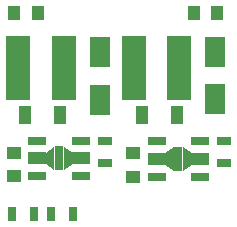
<source format=gtp>
G04 #@! TF.FileFunction,Paste,Top*
%FSLAX46Y46*%
G04 Gerber Fmt 4.6, Leading zero omitted, Abs format (unit mm)*
G04 Created by KiCad (PCBNEW 4.0.2-stable) date 9/5/2017 3:06:29 PM*
%MOMM*%
G01*
G04 APERTURE LIST*
%ADD10C,0.100000*%
%ADD11R,1.000000X1.250000*%
%ADD12R,1.000000X1.600000*%
%ADD13R,1.250000X1.000000*%
%ADD14R,2.150000X5.500000*%
%ADD15R,1.300000X0.700000*%
%ADD16R,0.700000X1.300000*%
%ADD17R,1.500000X0.700000*%
%ADD18R,1.500000X1.000000*%
%ADD19R,0.800000X2.000000*%
%ADD20R,1.800000X2.500000*%
G04 APERTURE END LIST*
D10*
D11*
X51082600Y-51955600D03*
X53082600Y-51955600D03*
X68297200Y-52006400D03*
X66297200Y-52006400D03*
D12*
X61911000Y-60617000D03*
X64911000Y-60617000D03*
X52005000Y-60617000D03*
X55005000Y-60617000D03*
D13*
X51092000Y-65808000D03*
X51092000Y-63808000D03*
X61125000Y-65871500D03*
X61125000Y-63871500D03*
D14*
X51453000Y-56680000D03*
X55303000Y-56680000D03*
X61232000Y-56680000D03*
X65082000Y-56680000D03*
D15*
X58813600Y-62791200D03*
X58813600Y-64691200D03*
X68872000Y-62803900D03*
X68872000Y-64703900D03*
D16*
X52804000Y-68999000D03*
X50904000Y-68999000D03*
X56116200Y-68999000D03*
X54216200Y-68999000D03*
D10*
G36*
X55302000Y-63300000D02*
X56052000Y-63800000D01*
X56052000Y-64800000D01*
X55302000Y-65300000D01*
X55302000Y-63300000D01*
X55302000Y-63300000D01*
G37*
D17*
X56752000Y-62800000D03*
X56752000Y-65800000D03*
X53052000Y-62800000D03*
D18*
X53052000Y-64300000D03*
D17*
X53052000Y-65800000D03*
D18*
X56752000Y-64300000D03*
D10*
G36*
X54502000Y-65300000D02*
X53752000Y-64800000D01*
X53752000Y-63800000D01*
X54502000Y-63300000D01*
X54502000Y-65300000D01*
X54502000Y-65300000D01*
G37*
D19*
X54902000Y-64300000D03*
D10*
G36*
X65407000Y-63339500D02*
X66157000Y-63839500D01*
X66157000Y-64839500D01*
X65407000Y-65339500D01*
X65407000Y-63339500D01*
X65407000Y-63339500D01*
G37*
D17*
X66857000Y-62839500D03*
X66857000Y-65839500D03*
X63157000Y-62839500D03*
D18*
X63157000Y-64339500D03*
D17*
X63157000Y-65839500D03*
D18*
X66857000Y-64339500D03*
D10*
G36*
X64607000Y-65339500D02*
X63857000Y-64839500D01*
X63857000Y-63839500D01*
X64607000Y-63339500D01*
X64607000Y-65339500D01*
X64607000Y-65339500D01*
G37*
D19*
X65007000Y-64339500D03*
D20*
X58331000Y-59315000D03*
X58331000Y-55315000D03*
X68110000Y-59283000D03*
X68110000Y-55283000D03*
M02*

</source>
